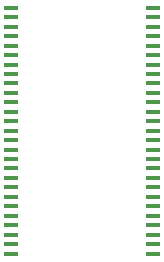
<source format=gbp>
G04*
G04 #@! TF.GenerationSoftware,Altium Limited,Altium Designer,18.1.6 (161)*
G04*
G04 Layer_Color=128*
%FSLAX25Y25*%
%MOIN*%
G70*
G01*
G75*
%ADD59R,0.05000X0.01476*%
D59*
X488378Y434445D02*
D03*
Y431295D02*
D03*
Y428146D02*
D03*
Y424996D02*
D03*
Y421846D02*
D03*
Y418697D02*
D03*
Y415547D02*
D03*
Y412398D02*
D03*
Y409248D02*
D03*
Y406098D02*
D03*
Y402949D02*
D03*
Y399799D02*
D03*
Y396650D02*
D03*
Y393500D02*
D03*
Y390350D02*
D03*
Y387201D02*
D03*
Y384051D02*
D03*
Y380902D02*
D03*
Y377752D02*
D03*
Y374602D02*
D03*
Y371453D02*
D03*
Y368303D02*
D03*
Y365154D02*
D03*
Y362004D02*
D03*
Y358854D02*
D03*
Y355705D02*
D03*
Y352555D02*
D03*
X535622D02*
D03*
Y355705D02*
D03*
Y358854D02*
D03*
Y362004D02*
D03*
Y365154D02*
D03*
Y368303D02*
D03*
Y371453D02*
D03*
Y374602D02*
D03*
Y377752D02*
D03*
Y380902D02*
D03*
Y384051D02*
D03*
Y387201D02*
D03*
Y390350D02*
D03*
Y393500D02*
D03*
Y396650D02*
D03*
Y399799D02*
D03*
Y402949D02*
D03*
Y406098D02*
D03*
Y409248D02*
D03*
Y412398D02*
D03*
Y415547D02*
D03*
Y418697D02*
D03*
Y421846D02*
D03*
Y424996D02*
D03*
Y428146D02*
D03*
Y431295D02*
D03*
Y434445D02*
D03*
M02*

</source>
